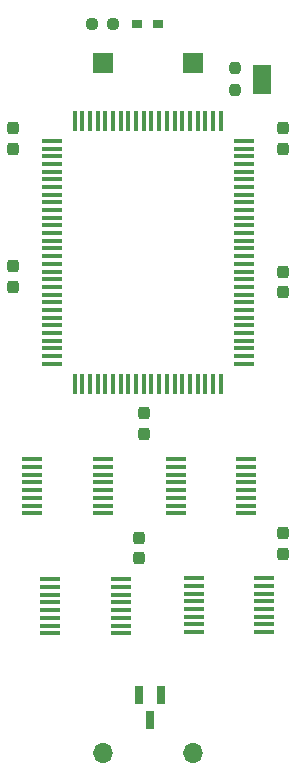
<source format=gts>
G04 #@! TF.GenerationSoftware,KiCad,Pcbnew,9.0.6*
G04 #@! TF.CreationDate,2025-12-03T22:02:21+09:00*
G04 #@! TF.ProjectId,bionic-z380,62696f6e-6963-42d7-9a33-38302e6b6963,2*
G04 #@! TF.SameCoordinates,Original*
G04 #@! TF.FileFunction,Soldermask,Top*
G04 #@! TF.FilePolarity,Negative*
%FSLAX46Y46*%
G04 Gerber Fmt 4.6, Leading zero omitted, Abs format (unit mm)*
G04 Created by KiCad (PCBNEW 9.0.6) date 2025-12-03 22:02:21*
%MOMM*%
%LPD*%
G01*
G04 APERTURE LIST*
G04 Aperture macros list*
%AMRoundRect*
0 Rectangle with rounded corners*
0 $1 Rounding radius*
0 $2 $3 $4 $5 $6 $7 $8 $9 X,Y pos of 4 corners*
0 Add a 4 corners polygon primitive as box body*
4,1,4,$2,$3,$4,$5,$6,$7,$8,$9,$2,$3,0*
0 Add four circle primitives for the rounded corners*
1,1,$1+$1,$2,$3*
1,1,$1+$1,$4,$5*
1,1,$1+$1,$6,$7*
1,1,$1+$1,$8,$9*
0 Add four rect primitives between the rounded corners*
20,1,$1+$1,$2,$3,$4,$5,0*
20,1,$1+$1,$4,$5,$6,$7,0*
20,1,$1+$1,$6,$7,$8,$9,0*
20,1,$1+$1,$8,$9,$2,$3,0*%
%AMFreePoly0*
4,1,6,1.000000,0.000000,0.500000,-0.750000,-0.500000,-0.750000,-0.500000,0.750000,0.500000,0.750000,1.000000,0.000000,1.000000,0.000000,$1*%
%AMFreePoly1*
4,1,6,0.500000,-0.750000,-0.650000,-0.750000,-0.150000,0.000000,-0.650000,0.750000,0.500000,0.750000,0.500000,-0.750000,0.500000,-0.750000,$1*%
G04 Aperture macros list end*
%ADD10R,1.778000X0.355600*%
%ADD11RoundRect,0.237500X-0.237500X0.250000X-0.237500X-0.250000X0.237500X-0.250000X0.237500X0.250000X0*%
%ADD12RoundRect,0.100000X0.775000X0.100000X-0.775000X0.100000X-0.775000X-0.100000X0.775000X-0.100000X0*%
%ADD13RoundRect,0.100000X0.100000X0.775000X-0.100000X0.775000X-0.100000X-0.775000X0.100000X-0.775000X0*%
%ADD14FreePoly0,270.000000*%
%ADD15FreePoly1,270.000000*%
%ADD16RoundRect,0.237500X-0.237500X0.300000X-0.237500X-0.300000X0.237500X-0.300000X0.237500X0.300000X0*%
%ADD17R,0.965200X0.762000*%
%ADD18R,0.660400X1.625600*%
%ADD19RoundRect,0.237500X0.237500X-0.300000X0.237500X0.300000X-0.237500X0.300000X-0.237500X-0.300000X0*%
%ADD20RoundRect,0.237500X0.250000X0.237500X-0.250000X0.237500X-0.250000X-0.237500X0.250000X-0.237500X0*%
%ADD21O,1.700000X1.700000*%
%ADD22R,1.700000X1.700000*%
G04 APERTURE END LIST*
G36*
X124127400Y-75215000D02*
G01*
X122627400Y-75215000D01*
X122627400Y-77665000D01*
X124127400Y-77665000D01*
X124127400Y-75215000D01*
G37*
D10*
X122005800Y-108619001D03*
X122005800Y-109269002D03*
X122005800Y-109919001D03*
X122005800Y-110569002D03*
X122005800Y-111219001D03*
X122005800Y-111868999D03*
X122005800Y-112519001D03*
X122005800Y-113168999D03*
X116062200Y-113168999D03*
X116062200Y-112518998D03*
X116062200Y-111868999D03*
X116062200Y-111218998D03*
X116062200Y-110568999D03*
X116062200Y-109919001D03*
X116062200Y-109268999D03*
X116062200Y-108619001D03*
D11*
X121091400Y-75515600D03*
X121091400Y-77340600D03*
D12*
X121825000Y-100507000D03*
X121825000Y-99857000D03*
X121825000Y-99207000D03*
X121825000Y-98557000D03*
X121825000Y-97907000D03*
X121825000Y-97257000D03*
X121825000Y-96607000D03*
X121825000Y-95957000D03*
X121825000Y-95307000D03*
X121825000Y-94657000D03*
X121825000Y-94007000D03*
X121825000Y-93357000D03*
X121825000Y-92707000D03*
X121825000Y-92057000D03*
X121825000Y-91407000D03*
X121825000Y-90757000D03*
X121825000Y-90107000D03*
X121825000Y-89457000D03*
X121825000Y-88807000D03*
X121825000Y-88157000D03*
X121825000Y-87507000D03*
X121825000Y-86857000D03*
X121825000Y-86207000D03*
X121825000Y-85557000D03*
X121825000Y-84907000D03*
X121825000Y-84257000D03*
X121825000Y-83607000D03*
X121825000Y-82957000D03*
X121825000Y-82307000D03*
X121825000Y-81657000D03*
D13*
X119875000Y-79957000D03*
X119225000Y-79957000D03*
X118575000Y-79957000D03*
X117925000Y-79957000D03*
X117275000Y-79957000D03*
X116625000Y-79957000D03*
X115975000Y-79957000D03*
X115325000Y-79957000D03*
X114675000Y-79957000D03*
X114025000Y-79957000D03*
X113375000Y-79957000D03*
X112725000Y-79957000D03*
X112075000Y-79957000D03*
X111425000Y-79957000D03*
X110775000Y-79957000D03*
X110125000Y-79957000D03*
X109475000Y-79957000D03*
X108825000Y-79957000D03*
X108175000Y-79957000D03*
X107525000Y-79957000D03*
D12*
X105575000Y-81657000D03*
X105575000Y-82307000D03*
X105575000Y-82957000D03*
X105575000Y-83607000D03*
X105575000Y-84257000D03*
X105575000Y-84907000D03*
X105575000Y-85557000D03*
X105575000Y-86207000D03*
X105575000Y-86857000D03*
X105575000Y-87507000D03*
X105575000Y-88157000D03*
X105575000Y-88807000D03*
X105575000Y-89457000D03*
X105575000Y-90107000D03*
X105575000Y-90757000D03*
X105575000Y-91407000D03*
X105575000Y-92057000D03*
X105575000Y-92707000D03*
X105575000Y-93357000D03*
X105575000Y-94007000D03*
X105575000Y-94657000D03*
X105575000Y-95307000D03*
X105575000Y-95957000D03*
X105575000Y-96607000D03*
X105575000Y-97257000D03*
X105575000Y-97907000D03*
X105575000Y-98557000D03*
X105575000Y-99207000D03*
X105575000Y-99857000D03*
X105575000Y-100507000D03*
D13*
X107525000Y-102207000D03*
X108175000Y-102207000D03*
X108825000Y-102207000D03*
X109475000Y-102207000D03*
X110125000Y-102207000D03*
X110775000Y-102207000D03*
X111425000Y-102207000D03*
X112075000Y-102207000D03*
X112725000Y-102207000D03*
X113375000Y-102207000D03*
X114025000Y-102207000D03*
X114675000Y-102207000D03*
X115325000Y-102207000D03*
X115975000Y-102207000D03*
X116625000Y-102207000D03*
X117275000Y-102207000D03*
X117925000Y-102207000D03*
X118575000Y-102207000D03*
X119225000Y-102207000D03*
X119875000Y-102207000D03*
D10*
X103946400Y-108619001D03*
X103946400Y-109268999D03*
X103946400Y-109919001D03*
X103946400Y-110568999D03*
X103946400Y-111218998D03*
X103946400Y-111868999D03*
X103946400Y-112518998D03*
X103946400Y-113168999D03*
X109890000Y-113168999D03*
X109890000Y-112519001D03*
X109890000Y-111868999D03*
X109890000Y-111219001D03*
X109890000Y-110569002D03*
X109890000Y-109919001D03*
X109890000Y-109269002D03*
X109890000Y-108619001D03*
D14*
X123377400Y-75715000D03*
D15*
X123377400Y-77165000D03*
D16*
X113395200Y-104697500D03*
X113395200Y-106422500D03*
D10*
X105470400Y-118779001D03*
X105470400Y-119428999D03*
X105470400Y-120079001D03*
X105470400Y-120728999D03*
X105470400Y-121378998D03*
X105470400Y-122028999D03*
X105470400Y-122678998D03*
X105470400Y-123328999D03*
X111414000Y-123328999D03*
X111414000Y-122679001D03*
X111414000Y-122028999D03*
X111414000Y-121379001D03*
X111414000Y-120729002D03*
X111414000Y-120079001D03*
X111414000Y-119429002D03*
X111414000Y-118779001D03*
D17*
X112823700Y-71778000D03*
X114576300Y-71778000D03*
D18*
X114838001Y-128574000D03*
X112937999Y-128574000D03*
X113888000Y-130706000D03*
D19*
X112938000Y-116976200D03*
X112938000Y-115251200D03*
X102270000Y-94003000D03*
X102270000Y-92278000D03*
X102270000Y-82306300D03*
X102270000Y-80581300D03*
X125130000Y-94472900D03*
X125130000Y-92747900D03*
X125130000Y-116582500D03*
X125130000Y-114857500D03*
D20*
X110802500Y-71778000D03*
X108977500Y-71778000D03*
D10*
X117586200Y-118678001D03*
X117586200Y-119327999D03*
X117586200Y-119978001D03*
X117586200Y-120627999D03*
X117586200Y-121277998D03*
X117586200Y-121927999D03*
X117586200Y-122577998D03*
X117586200Y-123227999D03*
X123529800Y-123227999D03*
X123529800Y-122578001D03*
X123529800Y-121927999D03*
X123529800Y-121278001D03*
X123529800Y-120628002D03*
X123529800Y-119978001D03*
X123529800Y-119328002D03*
X123529800Y-118678001D03*
D19*
X125130000Y-82306300D03*
X125130000Y-80581300D03*
D21*
X117535400Y-133500000D03*
D22*
X117535400Y-75080000D03*
X109915400Y-75080000D03*
D21*
X109915400Y-133500000D03*
M02*

</source>
